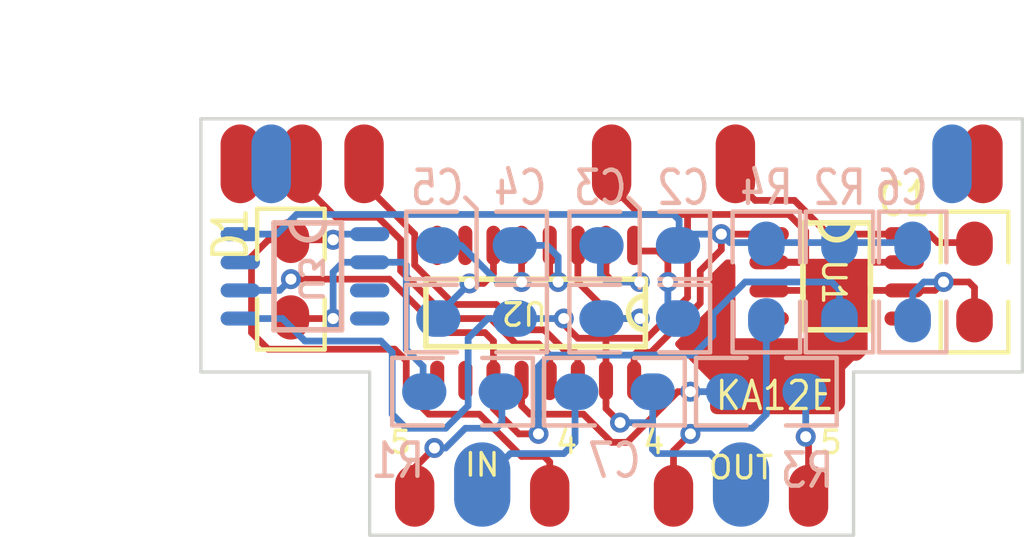
<source format=kicad_pcb>
(kicad_pcb (version 20211014) (generator pcbnew)
  (layers (0 "F.Cu" signal) (31 "B.Cu" signal) (34 "B.Paste" user) (35 "F.Paste" user) (36 "B.SilkS" user "B.Silkscreen") (37 "F.SilkS" user "F.Silkscreen") (38 "B.Mask" user) (39 "F.Mask" user) (44 "Edge.Cuts" user))
  (net 0 "")
  (net 1 "N-000001")
  (net 2 "N-0000010")
  (net 3 "N-0000012")
  (net 4 "N-0000013")
  (net 5 "N-0000014")
  (net 6 "N-0000016")
  (net 7 "N-0000018")
  (net 8 "N-0000019")
  (net 9 "N-000002")
  (net 10 "N-0000020")
  (net 11 "N-0000021")
  (net 12 "N-0000022")
  (net 13 "N-000003")
  (net 14 "N-000004")
  (net 15 "N-000005")
  (net 16 "N-000006")
  (net 17 "N-000007")
  (net 18 "N-000008")
  (net 19 "N-000009")
  (footprint "PAD12" (layer "F.Cu") (at 125.984 118.11)
    (fp_text reference "J4" hide)
    (fp_text value "OUT" (at 0 -0.762) (layer "F.SilkS") (effects (font (size 1.016 1.016) (thickness 0.1524))))
    (pad "1" smd oval locked (at 0 0) (size 2.54 3.81) (layers "B.Cu" "B.Mask") (net 12 "N-0000022"))
  )
  (footprint "PAD08" (layer "F.Cu") (at 122.936 118.618)
    (fp_text reference "J5" hide)
    (fp_text value "4" (at -0.889 -2.413) (layer "F.SilkS") (effects (font (size 1.016 1.016) (thickness 0.1524))))
    (pad "1" smd oval locked (at 0 0) (size 1.778 2.794) (layers "F.Cu" "F.Paste" "F.Mask") (net 8 "N-0000019"))
  )
  (footprint "PAD08" (layer "F.Cu") (at 129.032 118.618)
    (fp_text reference "J6" hide)
    (fp_text value "5" (at 1.016 -2.413) (layer "F.SilkS") (effects (font (size 1.016 1.016) (thickness 0.1524))))
    (pad "1" smd oval locked (at 0 0) (size 1.778 2.794) (layers "F.Cu" "F.Paste" "F.Mask") (net 7 "N-0000018"))
  )
  (footprint "PAD08" (layer "F.Cu") (at 117.348 118.618)
    (fp_text reference "J2" hide)
    (fp_text value "4" (at 0.762 -2.413) (layer "F.SilkS"))
    (pad "1" smd oval locked (at 0 0) (size 1.778 2.794) (layers "F.Cu" "F.Paste" "F.Mask") (net 4 "N-0000013"))
  )
  (footprint "PAD08" (layer "F.Cu") (at 111.252 118.618)
    (fp_text reference "J3" hide)
    (fp_text value "5" (at -0.635 -2.413) (layer "F.SilkS"))
    (pad "1" smd oval locked (at 0 0) (size 1.778 2.794) (layers "F.Cu" "F.Paste" "F.Mask") (net 14 "N-000004"))
  )
  (footprint "KA_12:1206M" (layer "F.Cu") (at 136.525 108.966 -90)
    (fp_text reference "C1" (at -3.7465 3.175 180) (layer "F.SilkS") (effects (font (size 1.5 1.2) (thickness 0.2))))
    (fp_text value "100n" hide)
    (fp_line (start -3.175 -1.524) (end -3.175 1.524) (layer "F.SilkS") (width 0.2))
    (fp_line (start 3.175 -1.524) (end 3.175 1.524) (layer "F.SilkS") (width 0.2))
    (fp_line (start 3.175 1.524) (end 0.889 1.524) (layer "F.SilkS") (width 0.2))
    (fp_line (start 3.175 -1.524) (end 0.889 -1.524) (layer "F.SilkS") (width 0.2))
    (fp_line (start -3.175 1.524) (end -0.889 1.524) (layer "F.SilkS") (width 0.2))
    (fp_line (start -3.175 -1.524) (end -0.889 -1.524) (layer "F.SilkS") (width 0.2))
    (pad "1" smd oval locked (at -1.7272 0 270) (size 2 1.651) (layers "F.Cu" "F.Paste" "F.Mask") (net 10 "N-0000020"))
    (pad "2" smd oval locked (at 1.7272 0 270) (size 2 1.651) (layers "F.Cu" "F.Paste" "F.Mask") (net 12 "N-0000022"))
  )
  (footprint "KA_12:SO8M" (layer "F.Cu") (at 130.302 108.712 -90)
    (fp_text reference "U1" hide)
    (fp_text value "78L05" hide)
    (fp_line (start -2.413 -1.524) (end 2.413 -1.524) (layer "F.SilkS") (width 0.254))
    (fp_line (start 2.413 -1.524) (end 2.413 1.524) (layer "F.SilkS") (width 0.254))
    (fp_line (start -2.413 1.524) (end 2.413 1.524) (layer "F.SilkS") (width 0.254))
    (fp_line (start -2.413 1.524) (end -2.413 -1.524) (layer "F.SilkS") (width 0.254))
    (fp_arc (start -2.413 -0.762) (mid -1.651 0) (end -2.413 0.762) (layer "F.SilkS") (width 0.254))
    (pad "1" smd oval (at -1.905 2.794 270) (size 0.635 1.778) (drill (offset 0 0.254)) (layers "F.Cu" "F.Paste" "F.Mask") (net 11 "N-0000021"))
    (pad "2" smd oval (at -0.635 2.794 270) (size 0.635 1.778) (drill (offset 0 0.254)) (layers "F.Cu" "F.Paste" "F.Mask") (net 12 "N-0000022"))
    (pad "3" smd oval (at 0.635 2.794 270) (size 0.635 1.778) (drill (offset 0 0.254)) (layers "F.Cu" "F.Paste" "F.Mask") (net 12 "N-0000022"))
    (pad "4" smd oval (at 1.905 2.794 270) (size 0.635 1.778) (drill (offset 0 0.254)) (layers "F.Cu" "F.Paste" "F.Mask"))
    (pad "5" smd oval (at 1.905 -2.794 270) (size 0.635 1.778) (drill (offset 0 -0.254)) (layers "F.Cu" "F.Paste" "F.Mask"))
    (pad "6" smd oval (at 0.635 -2.794 270) (size 0.635 1.778) (drill (offset 0 -0.254)) (layers "F.Cu" "F.Paste" "F.Mask") (net 12 "N-0000022"))
    (pad "7" smd oval (at -0.635 -2.794 270) (size 0.635 1.778) (drill (offset 0 -0.254)) (layers "F.Cu" "F.Paste" "F.Mask") (net 12 "N-0000022"))
    (pad "8" smd oval (at -1.905 -2.794 270) (size 0.635 1.778) (drill (offset 0 -0.254)) (layers "F.Cu" "F.Paste" "F.Mask") (net 10 "N-0000020"))
  )
  (footprint "KA_12:DB25_EDGE" (layer "F.Cu") (at 120.142 103.632)
    (fp_text reference "CN1" hide)
    (fp_text value "AMIGA RS-232" hide)
    (pad "1" smd oval locked (at -16.764 0) (size 1.778 3.556) (layers "F.Cu" "F.Paste" "F.Mask"))
    (pad "2" smd oval locked (at -13.97 0) (size 1.778 3.556) (layers "F.Cu" "F.Paste" "F.Mask") (net 13 "N-000003"))
    (pad "3" smd oval locked (at -11.176 0) (size 1.778 3.556) (layers "F.Cu" "F.Paste" "F.Mask") (net 15 "N-000005"))
    (pad "7" smd oval locked (at 0 0) (size 1.778 3.556) (layers "F.Cu" "F.Paste" "F.Mask") (net 12 "N-0000022"))
    (pad "9" smd oval locked (at 5.588 0) (size 1.778 3.556) (layers "F.Cu" "F.Paste" "F.Mask") (net 10 "N-0000020"))
    (pad "13" smd oval locked (at 16.764 0) (size 1.778 3.556) (layers "F.Cu" "F.Paste" "F.Mask"))
    (pad "14" smd oval locked (at -15.367 0) (size 1.778 3.556) (layers "B.Cu" "B.Paste" "B.Mask"))
    (pad "25" smd oval locked (at 15.367 0) (size 1.778 3.556) (layers "B.Cu" "B.Paste" "B.Mask"))
  )
  (footprint "KA_12:1206M" (layer "F.Cu") (at 105.664 108.839 90)
    (fp_text reference "D1" (at 2.032 -2.7305 90) (layer "F.SilkS") (effects (font (size 1.5 1.2) (thickness 0.2))))
    (fp_text value "1N4148" hide)
    (fp_line (start -3.175 -1.524) (end -0.889 -1.524) (layer "F.SilkS") (width 0.2))
    (fp_line (start -3.175 1.524) (end -0.889 1.524) (layer "F.SilkS") (width 0.2))
    (fp_line (start -3.175 -1.524) (end -3.175 1.524) (layer "F.SilkS") (width 0.2))
    (fp_line (start 3.175 -1.524) (end 3.175 1.524) (layer "F.SilkS") (width 0.2))
    (fp_line (start 3.175 -1.524) (end 0.889 -1.524) (layer "F.SilkS") (width 0.2))
    (fp_line (start 3.175 1.524) (end 0.889 1.524) (layer "F.SilkS") (width 0.2))
    (pad "1" smd oval locked (at -1.7272 0 90) (size 2 1.651) (layers "F.Cu" "F.Paste" "F.Mask") (net 5 "N-0000014"))
    (pad "2" smd oval locked (at 1.7272 0 90) (size 2 1.651) (layers "F.Cu" "F.Paste" "F.Mask") (net 4 "N-0000013"))
  )
  (footprint "krashan:SO16M" (layer "F.Cu") (at 116.713 110.363 180)
    (fp_text reference "U2" hide)
    (fp_text value "MAX232A" hide)
    (fp_line (start -4.953 -1.524) (end 4.953 -1.524) (layer "F.SilkS") (width 0.254))
    (fp_line (start -4.953 1.524) (end -4.953 -1.524) (layer "F.SilkS") (width 0.254))
    (fp_line (start -4.953 1.524) (end 4.953 1.524) (layer "F.SilkS") (width 0.254))
    (fp_line (start 4.953 -1.524) (end 4.953 1.524) (layer "F.SilkS") (width 0.254))
    (fp_arc (start -4.953 -0.762) (mid -4.191 0) (end -4.953 0.762) (layer "F.SilkS") (width 0.254))
    (pad "1" smd oval (at -4.445 2.794 180) (size 0.635 1.778) (drill (offset 0 0.254)) (layers "F.Cu" "F.Paste" "F.Mask") (net 17 "N-000007"))
    (pad "2" smd oval (at -3.175 2.794 180) (size 0.635 1.778) (drill (offset 0 0.254)) (layers "F.Cu" "F.Paste" "F.Mask") (net 2 "N-0000010"))
    (pad "3" smd oval (at -1.905 2.794 180) (size 0.635 1.778) (drill (offset 0 0.254)) (layers "F.Cu" "F.Paste" "F.Mask") (net 1 "N-000001"))
    (pad "4" smd oval (at -0.635 2.794 180) (size 0.635 1.778) (drill (offset 0 0.254)) (layers "F.Cu" "F.Paste" "F.Mask") (net 18 "N-000008"))
    (pad "5" smd oval (at 0.635 2.794 180) (size 0.635 1.778) (drill (offset 0 0.254)) (layers "F.Cu" "F.Paste" "F.Mask") (net 19 "N-000009"))
    (pad "6" smd oval (at 1.905 2.794 180) (size 0.635 1.778) (drill (offset 0 0.254)) (layers "F.Cu" "F.Paste" "F.Mask") (net 9 "N-000002"))
    (pad "7" smd oval (at 3.175 2.794 180) (size 0.635 1.778) (drill (offset 0 0.254)) (layers "F.Cu" "F.Paste" "F.Mask"))
    (pad "8" smd oval (at 4.445 2.794 180) (size 0.635 1.778) (drill (offset 0 0.254)) (layers "F.Cu" "F.Paste" "F.Mask"))
    (pad "9" smd oval (at 4.445 -2.794 180) (size 0.635 1.778) (drill (offset 0 -0.254)) (layers "F.Cu" "F.Paste" "F.Mask"))
    (pad "10" smd oval (at 3.175 -2.794 180) (size 0.635 1.778) (drill (offset 0 -0.254)) (layers "F.Cu" "F.Paste" "F.Mask"))
    (pad "11" smd oval (at 1.905 -2.794 180) (size 0.635 1.778) (drill (offset 0 -0.254)) (layers "F.Cu" "F.Paste" "F.Mask") (net 6 "N-0000016"))
    (pad "12" smd oval (at 0.635 -2.794 180) (size 0.635 1.778) (drill (offset 0 -0.254)) (layers "F.Cu" "F.Paste" "F.Mask") (net 16 "N-000006"))
    (pad "13" smd oval (at -0.635 -2.794 180) (size 0.635 1.778) (drill (offset 0 -0.254)) (layers "F.Cu" "F.Paste" "F.Mask") (net 13 "N-000003"))
    (pad "14" smd oval (at -1.905 -2.794 180) (size 0.635 1.778) (drill (offset 0 -0.254)) (layers "F.Cu" "F.Paste" "F.Mask") (net 15 "N-000005"))
    (pad "15" smd oval (at -3.175 -2.794 180) (size 0.635 1.778) (drill (offset 0 -0.254)) (layers "F.Cu" "F.Paste" "F.Mask") (net 12 "N-0000022"))
    (pad "16" smd oval (at -4.445 -2.794 180) (size 0.635 1.778) (drill (offset 0 -0.254)) (layers "F.Cu" "F.Paste" "F.Mask") (net 11 "N-0000021"))
  )
  (footprint "PAD12" (layer "F.Cu") (at 114.3 118.11)
    (fp_text reference "J1" hide)
    (fp_text value "IN" (at 0 -0.889) (layer "F.SilkS") (effects (font (size 1.016 1.016) (thickness 0.1524))))
    (pad "1" smd oval locked (at 0 0) (size 2.54 3.81) (layers "B.Cu" "B.Mask") (net 3 "N-0000012"))
  )
  (footprint "SO8M" (layer "B.Cu") (at 106.426 108.712 -90)
    (fp_text reference "U3" hide)
    (fp_text value "IL207" hide)
    (fp_line (start 2.413 1.524) (end 2.413 -1.524) (layer "B.SilkS") (width 0.254))
    (fp_line (start -2.413 -1.524) (end 2.413 -1.524) (layer "B.SilkS") (width 0.254))
    (fp_line (start -2.413 1.524) (end 2.413 1.524) (layer "B.SilkS") (width 0.254))
    (fp_line (start -2.413 -1.524) (end -2.413 1.524) (layer "B.SilkS") (width 0.254))
    (fp_arc (start -2.413 -0.762) (mid -1.651 0) (end -2.413 0.762) (layer "B.SilkS") (width 0.254))
    (pad "1" smd oval locked (at -1.905 -2.794 270) (size 0.635 1.778) (layers "B.Cu" "B.Paste" "B.Mask") (net 4 "N-0000013"))
    (pad "2" smd oval locked (at -0.635 -2.794 270) (size 0.635 1.778) (layers "B.Cu" "B.Paste" "B.Mask") (net 5 "N-0000014"))
    (pad "3" smd oval locked (at 0.635 -2.794 270) (size 0.635 1.778) (layers "B.Cu" "B.Paste" "B.Mask"))
    (pad "4" smd oval locked (at 1.905 -2.794 270) (size 0.635 1.778) (layers "B.Cu" "B.Paste" "B.Mask"))
    (pad "5" smd oval locked (at 1.905 2.794 270) (size 0.635 1.778) (drill (offset 0 0.254)) (layers "B.Cu" "B.Paste" "B.Mask") (net 12 "N-0000022"))
    (pad "6" smd oval locked (at 0.635 2.794 270) (size 0.635 1.778) (drill (offset 0 0.254)) (layers "B.Cu" "B.Paste" "B.Mask") (net 6 "N-0000016"))
    (pad "7" smd oval locked (at -0.635 2.794 270) (size 0.635 1.778) (drill (offset 0 0.254)) (layers "B.Cu" "B.Paste" "B.Mask"))
    (pad "8" smd oval locked (at -1.905 2.794 270) (size 0.635 1.778) (drill (offset 0 0.254)) (layers "B.Cu" "B.Paste" "B.Mask") (net 11 "N-0000021"))
  )
  (footprint "KA_12:1206M" (layer "B.Cu") (at 113.411 113.919 180)
    (fp_text reference "R1" (at 2.921 -3.1115) (layer "B.SilkS") (effects (font (size 1.5 1.2) (thickness 0.2)) (justify mirror)))
    (fp_text value "220R" hide)
    (fp_line (start -3.175 1.524) (end -0.889 1.524) (layer "B.SilkS") (width 0.2))
    (fp_line (start 3.175 1.524) (end 0.889 1.524) (layer "B.SilkS") (width 0.2))
    (fp_line (start -3.175 1.524) (end -3.175 -1.524) (layer "B.SilkS") (width 0.2))
    (fp_line (start -3.175 -1.524) (end -0.889 -1.524) (layer "B.SilkS") (width 0.2))
    (fp_line (start 3.175 1.524) (end 3.175 -1.524) (layer "B.SilkS") (width 0.2))
    (fp_line (start 3.175 -1.524) (end 0.889 -1.524) (layer "B.SilkS") (width 0.2))
    (pad "1" smd oval locked (at -1.7272 0 180) (size 2 1.651) (layers "B.Cu" "B.Paste" "B.Mask") (net 14 "N-000004"))
    (pad "2" smd oval locked (at 1.7272 0 180) (size 2 1.651) (layers "B.Cu" "B.Paste" "B.Mask") (net 5 "N-0000014"))
  )
  (footprint "KA_12:1206M" (layer "B.Cu") (at 120.269 113.919)
    (fp_text reference "C7" (at 0 3.1115) (layer "B.SilkS") (effects (font (size 1.5 1.2) (thickness 0.2)) (justify mirror)))
    (fp_text value "100p" hide)
    (fp_line (start 3.175 -1.524) (end 0.889 -1.524) (layer "B.SilkS") (width 0.2))
    (fp_line (start -3.175 1.524) (end -0.889 1.524) (layer "B.SilkS") (width 0.2))
    (fp_line (start -3.175 1.524) (end -3.175 -1.524) (layer "B.SilkS") (width 0.2))
    (fp_line (start -3.175 -1.524) (end -0.889 -1.524) (layer "B.SilkS") (width 0.2))
    (fp_line (start 3.175 1.524) (end 3.175 -1.524) (layer "B.SilkS") (width 0.2))
    (fp_line (start 3.175 1.524) (end 0.889 1.524) (layer "B.SilkS") (width 0.2))
    (pad "1" smd oval locked (at -1.7272 0) (size 2 1.651) (layers "B.Cu" "B.Paste" "B.Mask") (net 3 "N-0000012"))
    (pad "2" smd oval locked (at 1.7272 0) (size 2 1.651) (layers "B.Cu" "B.Paste" "B.Mask") (net 12 "N-0000022"))
  )
  (footprint "KA_12:1206M" (layer "B.Cu") (at 133.731 108.966 90)
    (fp_text reference "C6" (at 4.2545 -0.508) (layer "B.SilkS") (effects (font (size 1.5 1.2) (thickness 0.2)) (justify mirror)))
    (fp_text value "100n" hide)
    (fp_line (start -3.175 -1.524) (end -0.889 -1.524) (layer "B.SilkS") (width 0.2))
    (fp_line (start 3.175 1.524) (end 3.175 -1.524) (layer "B.SilkS") (width 0.2))
    (fp_line (start -3.175 1.524) (end -3.175 -1.524) (layer "B.SilkS") (width 0.2))
    (fp_line (start 3.175 1.524) (end 0.889 1.524) (layer "B.SilkS") (width 0.2))
    (fp_line (start -3.175 1.524) (end -0.889 1.524) (layer "B.SilkS") (width 0.2))
    (fp_line (start 3.175 -1.524) (end 0.889 -1.524) (layer "B.SilkS") (width 0.2))
    (pad "1" smd oval locked (at -1.7272 0 90) (size 2 1.651) (layers "B.Cu" "B.Paste" "B.Mask") (net 12 "N-0000022"))
    (pad "2" smd oval locked (at 1.7272 0 90) (size 2 1.651) (layers "B.Cu" "B.Paste" "B.Mask") (net 11 "N-0000021"))
  )
  (footprint "KA_12:1206M" (layer "B.Cu") (at 127.127 108.966 -90)
    (fp_text reference "R4" (at -4.2545 0 180) (layer "B.SilkS") (effects (font (size 1.5 1.2) (thickness 0.2)) (justify mirror)))
    (fp_text value "220R" hide)
    (fp_line (start -3.175 -1.524) (end -0.889 -1.524) (layer "B.SilkS") (width 0.2))
    (fp_line (start 3.175 1.524) (end 3.175 -1.524) (layer "B.SilkS") (width 0.2))
    (fp_line (start 3.175 -1.524) (end 0.889 -1.524) (layer "B.SilkS") (width 0.2))
    (fp_line (start -3.175 1.524) (end -0.889 1.524) (layer "B.SilkS") (width 0.2))
    (fp_line (start 3.175 1.524) (end 0.889 1.524) (layer "B.SilkS") (width 0.2))
    (fp_line (start -3.175 1.524) (end -3.175 -1.524) (layer "B.SilkS") (width 0.2))
    (pad "1" smd oval locked (at -1.7272 0 270) (size 2 1.651) (layers "B.Cu" "B.Paste" "B.Mask") (net 11 "N-0000021"))
    (pad "2" smd oval locked (at 1.7272 0 270) (size 2 1.651) (layers "B.Cu" "B.Paste" "B.Mask") (net 8 "N-0000019"))
  )
  (footprint "KA_12:1206M" (layer "B.Cu") (at 127.127 113.919)
    (fp_text reference "R3" (at 1.8415 3.556) (layer "B.SilkS") (effects (font (size 1.5 1.2) (thickness 0.2)) (justify mirror)))
    (fp_text value "220R" hide)
    (fp_line (start 3.175 -1.524) (end 0.889 -1.524) (layer "B.SilkS") (width 0.2))
    (fp_line (start 3.175 1.524) (end 0.889 1.524) (layer "B.SilkS") (width 0.2))
    (fp_line (start -3.175 -1.524) (end -0.889 -1.524) (layer "B.SilkS") (width 0.2))
    (fp_line (start -3.175 1.524) (end -3.175 -1.524) (layer "B.SilkS") (width 0.2))
    (fp_line (start 3.175 1.524) (end 3.175 -1.524) (layer "B.SilkS") (width 0.2))
    (fp_line (start -3.175 1.524) (end -0.889 1.524) (layer "B.SilkS") (width 0.2))
    (pad "1" smd oval locked (at -1.7272 0) (size 2 1.651) (layers "B.Cu" "B.Paste" "B.Mask") (net 16 "N-000006"))
    (pad "2" smd oval locked (at 1.7272 0) (size 2 1.651) (layers "B.Cu" "B.Paste" "B.Mask") (net 7 "N-0000018"))
  )
  (footprint "KA_12:1206M" (layer "B.Cu") (at 130.429 108.966 -90)
    (fp_text reference "R2" (at -4.2545 0 180) (layer "B.SilkS") (effects (font (size 1.5 1.2) (thickness 0.2)) (justify mirror)))
    (fp_text value "3k3" hide)
    (fp_line (start -3.175 1.524) (end -0.889 1.524) (layer "B.SilkS") (width 0.2))
    (fp_line (start -3.175 -1.524) (end -0.889 -1.524) (layer "B.SilkS") (width 0.2))
    (fp_line (start 3.175 -1.524) (end 0.889 -1.524) (layer "B.SilkS") (width 0.2))
    (fp_line (start -3.175 1.524) (end -3.175 -1.524) (layer "B.SilkS") (width 0.2))
    (fp_line (start 3.175 1.524) (end 3.175 -1.524) (layer "B.SilkS") (width 0.2))
    (fp_line (start 3.175 1.524) (end 0.889 1.524) (layer "B.SilkS") (width 0.2))
    (pad "1" smd oval locked (at -1.7272 0 270) (size 2 1.651) (layers "B.Cu" "B.Paste" "B.Mask") (net 11 "N-0000021"))
    (pad "2" smd oval locked (at 1.7272 0 270) (size 2 1.651) (layers "B.Cu" "B.Paste" "B.Mask") (net 6 "N-0000016"))
  )
  (footprint "KA_12:1206M" (layer "B.Cu") (at 114.046 110.617 180)
    (fp_text reference "C5" (at 1.778 5.9055) (layer "B.SilkS") (effects (font (size 1.5 1.2) (thickness 0.2)) (justify mirror)))
    (fp_text value "100n" hide)
    (fp_line (start 3.175 1.524) (end 3.175 -1.524) (layer "B.SilkS") (width 0.2))
    (fp_line (start -3.175 1.524) (end -0.889 1.524) (layer "B.SilkS") (width 0.2))
    (fp_line (start 3.175 1.524) (end 0.889 1.524) (layer "B.SilkS") (width 0.2))
    (fp_line (start -3.175 -1.524) (end -0.889 -1.524) (layer "B.SilkS") (width 0.2))
    (fp_line (start -3.175 1.524) (end -3.175 -1.524) (layer "B.SilkS") (width 0.2))
    (fp_line (start 3.175 -1.524) (end 0.889 -1.524) (layer "B.SilkS") (width 0.2))
    (pad "1" smd oval locked (at -1.7272 0 180) (size 2 1.651) (layers "B.Cu" "B.Paste" "B.Mask") (net 12 "N-0000022"))
    (pad "2" smd oval locked (at 1.7272 0 180) (size 2 1.651) (layers "B.Cu" "B.Paste" "B.Mask") (net 9 "N-000002"))
  )
  (footprint "KA_12:1206M" (layer "B.Cu") (at 114.046 107.315)
    (fp_text reference "C4" (at 1.9685 -2.6035) (layer "B.SilkS") (effects (font (size 1.5 1.2) (thickness 0.2)) (justify mirror)))
    (fp_text value "100n" hide)
    (fp_line (start 3.175 1.524) (end 3.175 -1.524) (layer "B.SilkS") (width 0.2))
    (fp_line (start -3.175 1.524) (end -3.175 -1.524) (layer "B.SilkS") (width 0.2))
    (fp_line (start -3.175 1.524) (end -0.889 1.524) (layer "B.SilkS") (width 0.2))
    (fp_line (start 3.175 -1.524) (end 0.889 -1.524) (layer "B.SilkS") (width 0.2))
    (fp_line (start 3.175 1.524) (end 0.889 1.524) (layer "B.SilkS") (width 0.2))
    (fp_line (start -3.175 -1.524) (end -0.889 -1.524) (layer "B.SilkS") (width 0.2))
    (pad "1" smd oval locked (at -1.7272 0) (size 2 1.651) (layers "B.Cu" "B.Paste" "B.Mask") (net 19 "N-000009"))
    (pad "2" smd oval locked (at 1.7272 0) (size 2 1.651) (layers "B.Cu" "B.Paste" "B.Mask") (net 18 "N-000008"))
  )
  (footprint "KA_12:1206M" (layer "B.Cu") (at 121.412 107.315)
    (fp_text reference "C2" (at 1.9685 -2.6035) (layer "B.SilkS") (effects (font (size 1.5 1.2) (thickness 0.2)) (justify mirror)))
    (fp_text value "100n" hide)
    (fp_line (start 3.175 1.524) (end 0.889 1.524) (layer "B.SilkS") (width 0.2))
    (fp_line (start 3.175 1.524) (end 3.175 -1.524) (layer "B.SilkS") (width 0.2))
    (fp_line (start -3.175 1.524) (end -3.175 -1.524) (layer "B.SilkS") (width 0.2))
    (fp_line (start -3.175 1.524) (end -0.889 1.524) (layer "B.SilkS") (width 0.2))
    (fp_line (start 3.175 -1.524) (end 0.889 -1.524) (layer "B.SilkS") (width 0.2))
    (fp_line (start -3.175 -1.524) (end -0.889 -1.524) (layer "B.SilkS") (width 0.2))
    (pad "1" smd oval locked (at -1.7272 0) (size 2 1.651) (layers "B.Cu" "B.Paste" "B.Mask") (net 2 "N-0000010"))
    (pad "2" smd oval locked (at 1.7272 0) (size 2 1.651) (layers "B.Cu" "B.Paste" "B.Mask") (net 11 "N-0000021"))
  )
  (footprint "KA_12:1206M" (layer "B.Cu") (at 121.412 110.617)
    (fp_text reference "C3" (at -1.778 -5.9055) (layer "B.SilkS") (effects (font (size 1.5 1.2) (thickness 0.2)) (justify mirror)))
    (fp_text value "100n" hide)
    (fp_line (start 3.175 -1.524) (end 0.889 -1.524) (layer "B.SilkS") (width 0.2))
    (fp_line (start 3.175 1.524) (end 3.175 -1.524) (layer "B.SilkS") (width 0.2))
    (fp_line (start -3.175 -1.524) (end -0.889 -1.524) (layer "B.SilkS") (width 0.2))
    (fp_line (start 3.175 1.524) (end 0.889 1.524) (layer "B.SilkS") (width 0.2))
    (fp_line (start -3.175 1.524) (end -0.889 1.524) (layer "B.SilkS") (width 0.2))
    (fp_line (start -3.175 1.524) (end -3.175 -1.524) (layer "B.SilkS") (width 0.2))
    (pad "1" smd oval locked (at -1.7272 0) (size 2 1.651) (layers "B.Cu" "B.Paste" "B.Mask") (net 1 "N-000001"))
    (pad "2" smd oval locked (at 1.7272 0) (size 2 1.651) (layers "B.Cu" "B.Paste" "B.Mask") (net 17 "N-000007"))
  )
  (gr_line (start 113.538 105.156) (end 114.046 105.664) (layer "B.SilkS") (width 0.2))
  (gr_line (start 114.046 105.664) (end 114.046 109.22) (layer "B.SilkS") (width 0.2))
  (gr_line (start 120.904 105.156) (end 121.412 105.664) (layer "B.SilkS") (width 0.2))
  (gr_line (start 121.412 105.664) (end 121.412 109.22) (layer "B.SilkS") (width 0.2))
  (gr_line (start 109.22 113.03) (end 109.22 120.396) (layer "Edge.Cuts") (width 0.15))
  (gr_line (start 131.064 113.03) (end 131.064 120.396) (layer "Edge.Cuts") (width 0.15))
  (gr_line (start 101.6 101.6) (end 101.6 113.03) (layer "Edge.Cuts") (width 0.15))
  (gr_line (start 101.6 113.03) (end 109.22 113.03) (layer "Edge.Cuts") (width 0.15))
  (gr_line (start 109.22 120.396) (end 131.064 120.396) (layer "Edge.Cuts") (width 0.15))
  (gr_line (start 138.684 101.6) (end 138.684 113.03) (layer "Edge.Cuts") (width 0.15))
  (gr_line (start 101.6 101.6) (end 138.684 101.6) (layer "Edge.Cuts") (width 0.15))
  (gr_line (start 138.684 113.03) (end 131.064 113.03) (layer "Edge.Cuts") (width 0.15))
  (gr_text "U3" (at 106.553 108.839 270) (layer "B.SilkS") (effects (font (size 1 1.016) (thickness 0.2032)) (justify mirror)))
  (gr_text "U2" (at 116.205 110.363 180) (layer "F.SilkS") (effects (font (size 1.016 1.016) (thickness 0.1524))))
  (gr_text "U1" (at 130.175 108.966 270) (layer "F.SilkS") (effects (font (size 1.016 1.016) (thickness 0.1524))))
  (gr_text "KA12E" (at 127.508 114.0968) (layer "F.SilkS") (effects (font (size 1.27 1.143) (thickness 0.1524))))
  (segment (start 118.618 108.966) (end 120.269 110.617) (width 0.3048) (layer "F.Cu") (net 1))
  (segment (start 120.269 110.617) (end 121.412 110.617) (width 0.3048) (layer "F.Cu") (net 1))
  (segment (start 118.618 107.569) (end 118.618 108.966) (width 0.3048) (layer "F.Cu") (net 1))
  (via (at 121.412 110.617) (size 0.9) (drill 0.5) (layers "F.Cu" "B.Cu") (net 1))
  (segment (start 121.412 110.617) (end 119.634 110.617) (width 0.3048) (layer "B.Cu") (net 1))
  (segment (start 119.888 108.6485) (end 120.2055 108.966) (width 0.3048) (layer "F.Cu") (net 2))
  (segment (start 120.2055 108.966) (end 121.412 108.966) (width 0.3048) (layer "F.Cu") (net 2))
  (segment (start 119.888 108.6485) (end 119.888 107.569) (width 0.3048) (layer "F.Cu") (net 2))
  (via (at 121.412 108.966) (size 0.9) (drill 0.5) (layers "F.Cu" "B.Cu") (net 2))
  (segment (start 119.634 108.6485) (end 119.9515 108.966) (width 0.3048) (layer "B.Cu") (net 2))
  (segment (start 119.9515 108.966) (end 121.412 108.966) (width 0.3048) (layer "B.Cu") (net 2))
  (segment (start 119.634 107.315) (end 119.634 108.6485) (width 0.3048) (layer "B.Cu") (net 2))
  (segment (start 115.57 116.713) (end 117.983 116.713) (width 0.3048) (layer "B.Cu") (net 3))
  (segment (start 117.983 116.713) (end 118.491 116.205) (width 0.3048) (layer "B.Cu") (net 3))
  (segment (start 118.491 116.205) (end 118.491 113.919) (width 0.3048) (layer "B.Cu") (net 3))
  (segment (start 114.3 117.983) (end 115.57 116.713) (width 0.3048) (layer "B.Cu") (net 3))
  (segment (start 114.173 114.935) (end 111.887 114.935) (width 0.3048) (layer "F.Cu") (net 4))
  (segment (start 105.664 107.061) (end 107.569 107.061) (width 0.3048) (layer "F.Cu") (net 4))
  (segment (start 103.886 107.823) (end 104.648 107.061) (width 0.3048) (layer "F.Cu") (net 4))
  (segment (start 111.887 114.935) (end 110.871 113.919) (width 0.3048) (layer "F.Cu") (net 4))
  (segment (start 103.886 111.252) (end 103.886 107.823) (width 0.3048) (layer "F.Cu") (net 4))
  (segment (start 116.078 116.84) (end 114.173 114.935) (width 0.3048) (layer "F.Cu") (net 4))
  (segment (start 110.349 112) (end 104.634 112) (width 0.3048) (layer "F.Cu") (net 4))
  (segment (start 104.648 107.061) (end 105.664 107.061) (width 0.3048) (layer "F.Cu") (net 4))
  (segment (start 117.348 118.364) (end 117.348 117.094) (width 0.3048) (layer "F.Cu") (net 4))
  (segment (start 117.348 117.094) (end 117.094 116.84) (width 0.3048) (layer "F.Cu") (net 4))
  (segment (start 104.634 112) (end 103.886 111.252) (width 0.3048) (layer "F.Cu") (net 4))
  (segment (start 117.094 116.84) (end 116.078 116.84) (width 0.3048) (layer "F.Cu") (net 4))
  (segment (start 110.871 113.919) (end 110.871 112.522) (width 0.3048) (layer "F.Cu") (net 4))
  (segment (start 110.871 112.522) (end 110.349 112) (width 0.3048) (layer "F.Cu") (net 4))
  (via (at 107.569 107.061) (size 0.9) (drill 0.5) (layers "F.Cu" "B.Cu") (net 4))
  (segment (start 107.823 106.807) (end 107.569 107.061) (width 0.3048) (layer "B.Cu") (net 4))
  (segment (start 109.22 106.807) (end 107.823 106.807) (width 0.3048) (layer "B.Cu") (net 4))
  (segment (start 107.569 110.617) (end 105.664 110.617) (width 0.3048) (layer "F.Cu") (net 5))
  (via (at 107.569 110.617) (size 0.9) (drill 0.5) (layers "F.Cu" "B.Cu") (net 5))
  (segment (start 110.871 112.014) (end 111.633 112.776) (width 0.3048) (layer "B.Cu") (net 5))
  (segment (start 111.633 112.776) (end 111.633 113.919) (width 0.3048) (layer "B.Cu") (net 5))
  (segment (start 108.0135 108.077) (end 107.569 108.5215) (width 0.3048) (layer "B.Cu") (net 5))
  (segment (start 107.569 108.5215) (end 107.569 110.617) (width 0.3048) (layer "B.Cu") (net 5))
  (segment (start 110.744 108.077) (end 110.871 108.204) (width 0.3048) (layer "B.Cu") (net 5))
  (segment (start 110.871 108.204) (end 110.871 112.014) (width 0.3048) (layer "B.Cu") (net 5))
  (segment (start 109.22 108.077) (end 108.0135 108.077) (width 0.3048) (layer "B.Cu") (net 5))
  (segment (start 109.22 108.077) (end 110.744 108.077) (width 0.3048) (layer "B.Cu") (net 5))
  (segment (start 110.109 108.839) (end 112.522 111.252) (width 0.3048) (layer "F.Cu") (net 6))
  (segment (start 112.522 111.252) (end 114.427 111.252) (width 0.3048) (layer "F.Cu") (net 6))
  (segment (start 114.427 111.252) (end 114.808 111.633) (width 0.3048) (layer "F.Cu") (net 6))
  (segment (start 114.808 111.633) (end 114.808 113.157) (width 0.3048) (layer "F.Cu") (net 6))
  (segment (start 116.84 115.824) (end 115.951 115.824) (width 0.3048) (layer "F.Cu") (net 6))
  (segment (start 115.951 115.824) (end 114.808 114.681) (width 0.3048) (layer "F.Cu") (net 6))
  (segment (start 114.808 114.681) (end 114.808 113.157) (width 0.3048) (layer "F.Cu") (net 6))
  (segment (start 110.109 108.839) (end 105.664 108.839) (width 0.3) (layer "F.Cu") (net 6))
  (via (at 116.84 115.824) (size 0.9) (drill 0.5) (layers "F.Cu" "B.Cu") (net 6))
  (via (at 105.664 108.839) (size 0.9) (drill 0.5) (layers "F.Cu" "B.Cu") (net 6))
  (segment (start 124.714 110.4265) (end 124.714 111.379) (width 0.3048) (layer "B.Cu") (net 6))
  (segment (start 105.156 109.347) (end 105.664 108.839) (width 0.3) (layer "B.Cu") (net 6))
  (segment (start 103.632 109.347) (end 104.775 109.347) (width 0.3048) (layer "B.Cu") (net 6))
  (segment (start 104.775 109.347) (end 105.156 109.347) (width 0.3) (layer "B.Cu") (net 6))
  (segment (start 130.0734 108.966) (end 126.1745 108.966) (width 0.3048) (layer "B.Cu") (net 6))
  (segment (start 124.714 111.379) (end 123.825 112.268) (width 0.3048) (layer "B.Cu") (net 6))
  (segment (start 123.825 112.268) (end 117.348 112.268) (width 0.3048) (layer "B.Cu") (net 6))
  (segment (start 117.348 112.268) (end 116.84 112.776) (width 0.3048) (layer "B.Cu") (net 6))
  (segment (start 130.429 110.744) (end 130.429 109.3216) (width 0.3048) (layer "B.Cu") (net 6))
  (segment (start 130.429 109.3216) (end 130.0734 108.966) (width 0.3048) (layer "B.Cu") (net 6))
  (segment (start 126.1745 108.966) (end 124.714 110.4265) (width 0.3048) (layer "B.Cu") (net 6))
  (segment (start 116.84 112.776) (end 116.84 115.824) (width 0.3048) (layer "B.Cu") (net 6))
  (segment (start 128.905 115.951) (end 129.032 116.078) (width 0.3048) (layer "F.Cu") (net 7))
  (segment (start 129.032 116.078) (end 129.032 118.618) (width 0.3048) (layer "F.Cu") (net 7))
  (via (at 128.905 115.951) (size 0.9) (drill 0.5) (layers "F.Cu" "B.Cu") (net 7))
  (segment (start 128.905 113.919) (end 128.905 115.951) (width 0.3048) (layer "B.Cu") (net 7))
  (segment (start 122.936 116.586) (end 123.698 115.824) (width 0.3048) (layer "F.Cu") (net 8))
  (segment (start 122.936 118.618) (end 122.936 116.586) (width 0.3048) (layer "F.Cu") (net 8))
  (via (at 123.698 115.824) (size 0.9) (drill 0.5) (layers "F.Cu" "B.Cu") (net 8))
  (segment (start 127.127 114.935) (end 127.127 110.744) (width 0.3048) (layer "B.Cu") (net 8))
  (segment (start 123.698 115.824) (end 123.952 115.57) (width 0.3048) (layer "B.Cu") (net 8))
  (segment (start 123.952 115.57) (end 126.492 115.57) (width 0.3048) (layer "B.Cu") (net 8))
  (segment (start 126.492 115.57) (end 127.127 114.935) (width 0.3048) (layer "B.Cu") (net 8))
  (segment (start 113.7285 109.0295) (end 114.3635 109.0295) (width 0.3048) (layer "F.Cu") (net 9))
  (segment (start 114.3635 109.0295) (end 114.808 108.585) (width 0.3048) (layer "F.Cu") (net 9))
  (segment (start 114.808 108.585) (end 114.808 107.569) (width 0.3048) (layer "F.Cu") (net 9))
  (via (at 113.7285 109.0295) (size 0.9) (drill 0.5) (layers "F.Cu" "B.Cu") (net 9))
  (segment (start 112.268 110.49) (end 113.7285 109.0295) (width 0.3048) (layer "B.Cu") (net 9))
  (segment (start 112.268 110.617) (end 112.268 110.49) (width 0.3048) (layer "B.Cu") (net 9))
  (segment (start 125.73 104.394) (end 126.619 105.283) (width 0.3048) (layer "F.Cu") (net 10))
  (segment (start 126.619 105.283) (end 128.397 105.283) (width 0.3048) (layer "F.Cu") (net 10))
  (segment (start 128.397 105.283) (end 129.921 106.807) (width 0.3048) (layer "F.Cu") (net 10))
  (segment (start 129.921 106.807) (end 133.096 106.807) (width 0.3048) (layer "F.Cu") (net 10))
  (segment (start 134.493 106.807) (end 134.874 107.188) (width 0.3048) (layer "F.Cu") (net 10))
  (segment (start 134.874 107.188) (end 136.525 107.188) (width 0.3048) (layer "F.Cu") (net 10))
  (segment (start 133.096 106.807) (end 134.493 106.807) (width 0.3048) (layer "F.Cu") (net 10))
  (segment (start 125.73 103.632) (end 125.73 104.394) (width 0.3048) (layer "F.Cu") (net 10))
  (segment (start 121.158 112.268) (end 121.285 112.141) (width 0.3048) (layer "F.Cu") (net 11))
  (segment (start 121.285 112.141) (end 121.92 112.141) (width 0.3048) (layer "F.Cu") (net 11))
  (segment (start 121.92 112.141) (end 124.1425 109.9185) (width 0.3048) (layer "F.Cu") (net 11))
  (segment (start 124.1425 109.9185) (end 124.1425 108.458) (width 0.3048) (layer "F.Cu") (net 11))
  (segment (start 124.1425 108.458) (end 125.095 107.5055) (width 0.3048) (layer "F.Cu") (net 11))
  (segment (start 125.095 107.5055) (end 125.095 106.807) (width 0.3048) (layer "F.Cu") (net 11))
  (segment (start 121.158 113.157) (end 121.158 112.268) (width 0.3048) (layer "F.Cu") (net 11))
  (segment (start 127.508 106.807) (end 125.095 106.807) (width 0.3048) (layer "F.Cu") (net 11))
  (via (at 125.095 106.807) (size 0.9) (drill 0.5) (layers "F.Cu" "B.Cu") (net 11))
  (segment (start 125.095 106.807) (end 123.698 106.807) (width 0.3048) (layer "B.Cu") (net 11))
  (segment (start 123.698 106.807) (end 123.19 107.315) (width 0.3048) (layer "B.Cu") (net 11))
  (segment (start 125.476 107.188) (end 125.095 106.807) (width 0.3048) (layer "B.Cu") (net 11))
  (segment (start 105.029 106.807) (end 105.918 105.918) (width 0.3048) (layer "B.Cu") (net 11))
  (segment (start 105.918 105.918) (end 122.936 105.918) (width 0.3048) (layer "B.Cu") (net 11))
  (segment (start 122.936 105.918) (end 123.19 106.172) (width 0.3048) (layer "B.Cu") (net 11))
  (segment (start 123.19 106.172) (end 123.19 107.315) (width 0.3048) (layer "B.Cu") (net 11))
  (segment (start 127.127 107.188) (end 125.476 107.188) (width 0.3048) (layer "B.Cu") (net 11))
  (segment (start 130.429 107.188) (end 127.127 107.188) (width 0.3048) (layer "B.Cu") (net 11))
  (segment (start 133.731 107.188) (end 130.429 107.188) (width 0.3048) (layer "B.Cu") (net 11))
  (segment (start 103.632 106.807) (end 105.029 106.807) (width 0.3048) (layer "B.Cu") (net 11))
  (segment (start 119.888 111.506) (end 121.7295 111.506) (width 0.3048) (layer "F.Cu") (net 12))
  (segment (start 121.7295 111.506) (end 123.571 109.6645) (width 0.3048) (layer "F.Cu") (net 12))
  (segment (start 123.571 109.6645) (end 123.571 105.918) (width 0.3048) (layer "F.Cu") (net 12))
  (segment (start 123.571 105.918) (end 121.412 105.918) (width 0.3048) (layer "F.Cu") (net 12))
  (segment (start 120.142 104.648) (end 120.142 103.632) (width 0.3048) (layer "F.Cu") (net 12))
  (segment (start 130.429 108.077) (end 130.429 109.347) (width 0.3048) (layer "F.Cu") (net 12))
  (segment (start 130.429 109.347) (end 133.096 109.347) (width 0.3048) (layer "F.Cu") (net 12))
  (segment (start 128.905 108.077) (end 128.905 106.68) (width 0.3048) (layer "F.Cu") (net 12))
  (segment (start 128.905 106.68) (end 128.143 105.918) (width 0.3048) (layer "F.Cu") (net 12))
  (segment (start 128.143 105.918) (end 121.412 105.918) (width 0.3048) (layer "F.Cu") (net 12))
  (segment (start 121.412 105.918) (end 120.142 104.648) (width 0.3048) (layer "F.Cu") (net 12))
  (segment (start 136.271 108.966) (end 136.525 109.22) (width 0.3048) (layer "F.Cu") (net 12))
  (segment (start 136.525 109.22) (end 136.525 110.744) (width 0.3048) (layer "F.Cu") (net 12))
  (segment (start 117.983 110.617) (end 117.983 110.871) (width 0.3048) (layer "F.Cu") (net 12))
  (segment (start 118.618 111.506) (end 119.888 111.506) (width 0.3048) (layer "F.Cu") (net 12))
  (segment (start 119.888 114.427) (end 119.888 113.157) (width 0.3048) (layer "F.Cu") (net 12))
  (segment (start 127.508 108.077) (end 133.096 108.077) (width 0.3048) (layer "F.Cu") (net 12))
  (segment (start 117.983 110.871) (end 118.618 111.506) (width 0.3048) (layer "F.Cu") (net 12))
  (segment (start 127.508 108.077) (end 130.429 108.077) (width 0.3048) (layer "F.Cu") (net 12))
  (segment (start 119.888 114.681) (end 120.523 115.316) (width 0.3) (layer "F.Cu") (net 12))
  (segment (start 127.508 109.347) (end 130.429 109.347) (width 0.3048) (layer "F.Cu") (net 12))
  (segment (start 136.271 108.966) (end 135.128 108.966) (width 0.3) (layer "F.Cu") (net 12))
  (segment (start 119.888 113.157) (end 119.888 111.506) (width 0.3048) (layer "F.Cu") (net 12))
  (segment (start 119.888 114.427) (end 119.888 114.681) (width 0.3) (layer "F.Cu") (net 12))
  (segment (start 133.096 109.347) (end 134.747 109.347) (width 0.3) (layer "F.Cu") (net 12))
  (segment (start 134.747 109.347) (end 135.128 108.966) (width 0.3) (layer "F.Cu") (net 12))
  (segment (start 127.508 108.077) (end 128.905 108.077) (width 0.3048) (layer "F.Cu") (net 12))
  (via (at 120.523 115.316) (size 0.9) (drill 0.5) (layers "F.Cu" "B.Cu") (net 12))
  (via (at 117.983 110.617) (size 0.9) (drill 0.5) (layers "F.Cu" "B.Cu") (net 12))
  (via (at 135.128 108.966) (size 0.9) (drill 0.5) (layers "F.Cu" "B.Cu") (net 12))
  (segment (start 114.554 110.617) (end 113.665 111.506) (width 0.3048) (layer "B.Cu") (net 12))
  (segment (start 113.665 114.554) (end 112.649 115.57) (width 0.3048) (layer "B.Cu") (net 12))
  (segment (start 112.649 115.57) (end 110.871 115.57) (width 0.3048) (layer "B.Cu") (net 12))
  (segment (start 110.871 115.57) (end 110.236 114.935) (width 0.3048) (layer "B.Cu") (net 12))
  (segment (start 110.236 114.935) (end 110.236 112.141) (width 0.3048) (layer "B.Cu") (net 12))
  (segment (start 110.236 112.141) (end 109.728 111.633) (width 0.3048) (layer "B.Cu") (net 12))
  (segment (start 109.728 111.633) (end 106.299 111.633) (width 0.3048) (layer "B.Cu") (net 12))
  (segment (start 106.299 111.633) (end 105.283 110.617) (width 0.3048) (layer "B.Cu") (net 12))
  (segment (start 105.283 110.617) (end 103.632 110.617) (width 0.3048) (layer "B.Cu") (net 12))
  (segment (start 113.665 111.506) (end 113.665 114.554) (width 0.3048) (layer "B.Cu") (net 12))
  (segment (start 115.824 110.617) (end 117.983 110.617) (width 0.3048) (layer "B.Cu") (net 12))
  (segment (start 133.731 110.6932) (end 133.731 109.474) (width 0.3) (layer "B.Cu") (net 12))
  (segment (start 121.9835 116.5225) (end 122.174 116.713) (width 0.3) (layer "B.Cu") (net 12))
  (segment (start 121.9835 115.316) (end 121.9962 115.3033) (width 0.3) (layer "B.Cu") (net 12))
  (segment (start 124.587 116.713) (end 125.984 118.11) (width 0.3) (layer "B.Cu") (net 12))
  (segment (start 120.523 115.316) (end 121.9835 115.316) (width 0.3) (layer "B.Cu") (net 12))
  (segment (start 122.174 116.713) (end 124.587 116.713) (width 0.3) (layer "B.Cu") (net 12))
  (segment (start 121.9835 115.316) (end 121.9835 116.5225) (width 0.3) (layer "B.Cu") (net 12))
  (segment (start 121.9962 115.3033) (end 121.9962 113.919) (width 0.3) (layer "B.Cu") (net 12))
  (segment (start 115.824 110.617) (end 114.554 110.617) (width 0.3048) (layer "B.Cu") (net 12))
  (segment (start 133.731 109.474) (end 134.239 108.966) (width 0.3) (layer "B.Cu") (net 12))
  (segment (start 134.239 108.966) (end 135.128 108.966) (width 0.3) (layer "B.Cu") (net 12))
  (segment (start 106.172 104.521) (end 107.696 106.045) (width 0.3048) (layer "F.Cu") (net 13))
  (segment (start 107.696 106.045) (end 109.601 106.045) (width 0.3048) (layer "F.Cu") (net 13))
  (segment (start 109.601 106.045) (end 110.617 107.061) (width 0.3048) (layer "F.Cu") (net 13))
  (segment (start 110.617 107.061) (end 110.617 108.458) (width 0.3048) (layer "F.Cu") (net 13))
  (segment (start 110.617 108.458) (end 112.776 110.617) (width 0.3048) (layer "F.Cu") (net 13))
  (segment (start 112.776 110.617) (end 114.681 110.617) (width 0.3048) (layer "F.Cu") (net 13))
  (segment (start 117.348 112.268) (end 116.84 111.76) (width 0.3048) (layer "F.Cu") (net 13))
  (segment (start 116.84 111.76) (end 115.824 111.76) (width 0.3048) (layer "F.Cu") (net 13))
  (segment (start 115.824 111.76) (end 114.681 110.617) (width 0.3048) (layer "F.Cu") (net 13))
  (segment (start 117.348 113.157) (end 117.348 112.268) (width 0.3048) (layer "F.Cu") (net 13))
  (segment (start 106.172 104.521) (end 106.172 103.632) (width 0.3048) (layer "F.Cu") (net 13))
  (segment (start 112.141 116.459) (end 111.252 117.348) (width 0.3048) (layer "F.Cu") (net 14))
  (segment (start 111.252 117.348) (end 111.252 118.618) (width 0.3048) (layer "F.Cu") (net 14))
  (via (at 112.141 116.459) (size 0.9) (drill 0.5) (layers "F.Cu" "B.Cu") (net 14))
  (segment (start 113.538 115.57) (end 114.935 115.57) (width 0.3048) (layer "B.Cu") (net 14))
  (segment (start 114.935 115.57) (end 115.189 115.316) (width 0.3048) (layer "B.Cu") (net 14))
  (segment (start 115.189 113.919) (end 115.189 115.316) (width 0.3048) (layer "B.Cu") (net 14))
  (segment (start 112.649 116.459) (end 112.141 116.459) (width 0.3048) (layer "B.Cu") (net 14))
  (segment (start 113.538 115.57) (end 112.649 116.459) (width 0.3048) (layer "B.Cu") (net 14))
  (segment (start 108.966 104.521) (end 111.252 106.807) (width 0.3048) (layer "F.Cu") (net 15))
  (segment (start 111.252 106.807) (end 111.252 108.204) (width 0.3048) (layer "F.Cu") (net 15))
  (segment (start 111.252 108.204) (end 113.03 109.982) (width 0.3048) (layer "F.Cu") (net 15))
  (segment (start 113.03 109.982) (end 114.935 109.982) (width 0.3048) (layer "F.Cu") (net 15))
  (segment (start 118.618 113.157) (end 118.618 112.268) (width 0.3048) (layer "F.Cu") (net 15))
  (segment (start 116.078 111.125) (end 117.094 111.125) (width 0.3048) (layer "F.Cu") (net 15))
  (segment (start 117.094 111.125) (end 117.983 112.014) (width 0.3048) (layer "F.Cu") (net 15))
  (segment (start 117.983 112.014) (end 118.364 112.014) (width 0.3048) (layer "F.Cu") (net 15))
  (segment (start 118.364 112.014) (end 118.618 112.268) (width 0.3048) (layer "F.Cu") (net 15))
  (segment (start 114.935 109.982) (end 116.078 111.125) (width 0.3048) (layer "F.Cu") (net 15))
  (segment (start 108.966 104.521) (end 108.966 103.632) (width 0.3048) (layer "F.Cu") (net 15))
  (segment (start 116.459 114.935) (end 118.872 114.935) (width 0.3048) (layer "F.Cu") (net 16))
  (segment (start 123.1265 113.919) (end 123.698 113.919) (width 0.3048) (layer "F.Cu") (net 16))
  (segment (start 116.078 113.157) (end 116.078 114.554) (width 0.3048) (layer "F.Cu") (net 16))
  (segment (start 116.078 114.554) (end 116.459 114.935) (width 0.3048) (layer "F.Cu") (net 16))
  (segment (start 120.142 116.205) (end 120.8405 116.205) (width 0.3048) (layer "F.Cu") (net 16))
  (segment (start 120.8405 116.205) (end 123.1265 113.919) (width 0.3048) (layer "F.Cu") (net 16))
  (segment (start 118.872 114.935) (end 120.142 116.205) (width 0.3048) (layer "F.Cu") (net 16))
  (via (at 123.698 113.919) (size 0.9) (drill 0.5) (layers "F.Cu" "B.Cu") (net 16))
  (segment (start 123.698 113.919) (end 125.349 113.919) (width 0.3048) (layer "B.Cu") (net 16))
  (segment (start 122.2375 107.569) (end 122.682 108.0135) (width 0.3048) (layer "F.Cu") (net 17))
  (segment (start 122.682 108.0135) (end 122.682 108.966) (width 0.3048) (layer "F.Cu") (net 17))
  (segment (start 121.158 107.569) (end 122.2375 107.569) (width 0.3048) (layer "F.Cu") (net 17))
  (via (at 122.682 108.966) (size 0.9) (drill 0.5) (layers "F.Cu" "B.Cu") (net 17))
  (segment (start 122.682 108.966) (end 122.682 110.109) (width 0.3048) (layer "B.Cu") (net 17))
  (segment (start 122.682 110.109) (end 123.19 110.617) (width 0.3048) (layer "B.Cu") (net 17))
  (segment (start 117.348 108.585) (end 117.348 107.569) (width 0.3048) (layer "F.Cu") (net 18))
  (segment (start 117.729 108.966) (end 117.348 108.585) (width 0.3048) (layer "F.Cu") (net 18))
  (via (at 117.729 108.966) (size 0.9) (drill 0.5) (layers "F.Cu" "B.Cu") (net 18))
  (segment (start 117.729 108.966) (end 117.729 107.823) (width 0.3048) (layer "B.Cu") (net 18))
  (segment (start 117.729 107.823) (end 117.221 107.315) (width 0.3048) (layer "B.Cu") (net 18))
  (segment (start 117.221 107.315) (end 115.824 107.315) (width 0.3048) (layer "B.Cu") (net 18))
  (segment (start 116.078 107.569) (end 116.078 108.966) (width 0.3048) (layer "F.Cu") (net 19))
  (via (at 116.078 108.966) (size 0.9) (drill 0.5) (layers "F.Cu" "B.Cu") (net 19))
  (segment (start 116.078 108.966) (end 114.9985 108.966) (width 0.3048) (layer "B.Cu") (net 19))
  (segment (start 114.9985 108.966) (end 113.3475 107.315) (width 0.3048) (layer "B.Cu") (net 19))
  (segment (start 113.3475 107.315) (end 112.268 107.315) (width 0.3048) (layer "B.Cu") (net 19))
  (zone (net 12) (net_name "N-0000022") (layer "F.Cu") (connect_pads yes (clearance 0.3048)) (min_thickness 0.3048) (fill yes (thermal_gap 0.508) (thermal_bridge_width 0.3556) (smoothing fillet) (radius 0.3048))
    (polygon (pts (xy 131.699 112.141) (xy 131.318 112.522) (xy 131.064 112.522) (xy 130.683 112.903) (xy 130.683 114.554) (xy 130.302 114.935) (xy 124.587 114.935) (xy 124.587 113.411) (xy 122.555 111.379) (xy 124.206 109.728) (xy 124.206 108.331) (xy 124.587 107.95) (xy 125.73 107.95) (xy 125.73 111.506) (xy 128.905 111.506) (xy 128.905 107.95) (xy 131.699 107.95)))
  )
)
</source>
